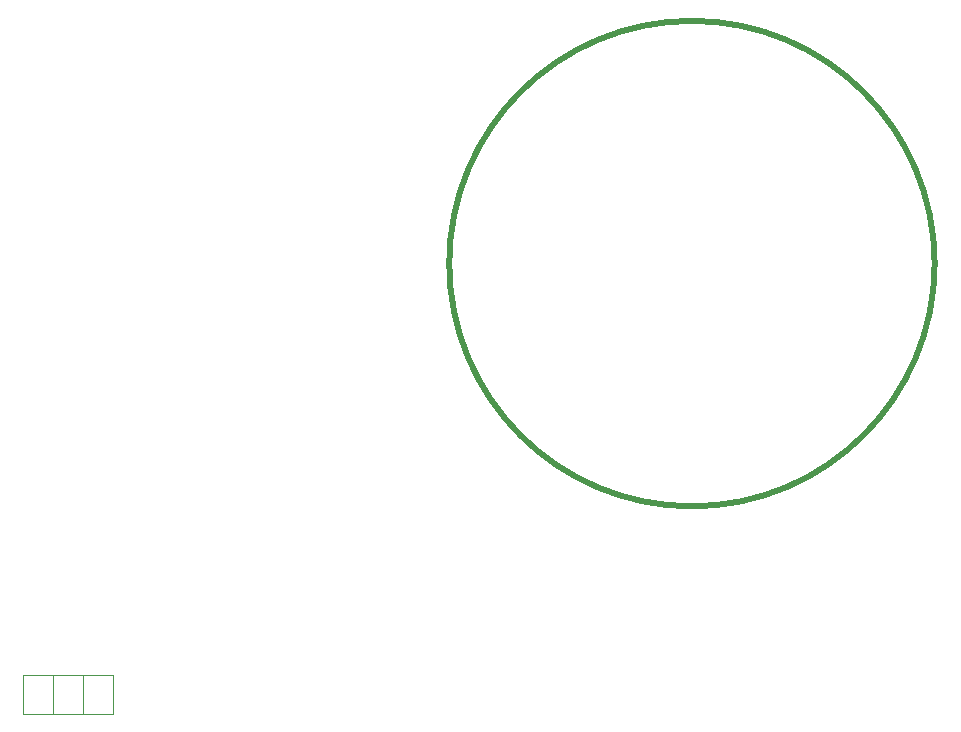
<source format=gbr>
%TF.GenerationSoftware,KiCad,Pcbnew,(6.0.4)*%
%TF.CreationDate,2022-07-08T06:12:20+02:00*%
%TF.ProjectId,battoota,62617474-6f6f-4746-912e-6b696361645f,v1.0.0*%
%TF.SameCoordinates,Original*%
%TF.FileFunction,Other,User*%
%FSLAX46Y46*%
G04 Gerber Fmt 4.6, Leading zero omitted, Abs format (unit mm)*
G04 Created by KiCad (PCBNEW (6.0.4)) date 2022-07-08 06:12:20*
%MOMM*%
%LPD*%
G01*
G04 APERTURE LIST*
%ADD10C,0.050000*%
%ADD11C,0.550000*%
G04 APERTURE END LIST*
D10*
%TO.C,MCU1*%
X46864791Y52669777D02*
X46864791Y49369777D01*
X54444791Y49369777D02*
X54444791Y52669777D01*
X49364791Y49369777D02*
X46864791Y49369777D01*
X51944791Y52669777D02*
X54444791Y52669777D01*
X49404791Y52669777D02*
X49404791Y49369777D01*
X49404791Y52669777D02*
X51904791Y52669777D01*
X46864791Y52669777D02*
X49364791Y52669777D01*
X49364791Y49369777D02*
X49364791Y52669777D01*
X51904791Y49369777D02*
X51904791Y52669777D01*
X51904791Y49369777D02*
X49404791Y49369777D01*
X54444791Y49369777D02*
X51944791Y49369777D01*
X51944791Y52669777D02*
X51944791Y49369777D01*
D11*
%TO.C,REF\u002A\u002A*%
X124036791Y87529254D02*
G75*
G03*
X124036791Y87529254I-20550000J0D01*
G01*
%TD*%
M02*

</source>
